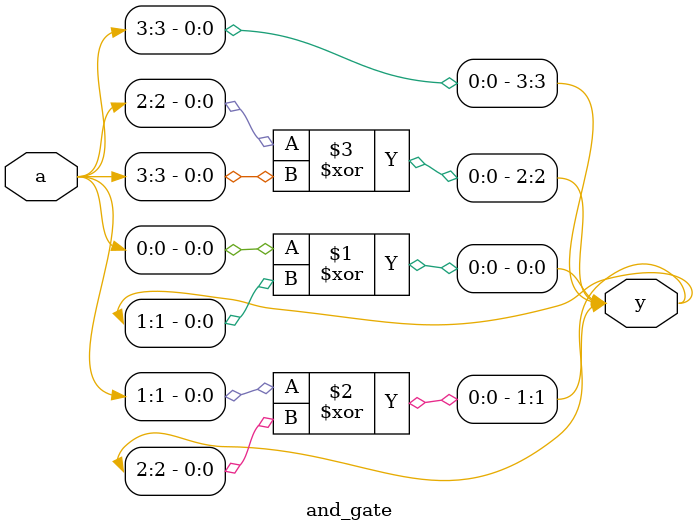
<source format=v>
module and_gate(a,y);
input [3:0]a;
output [3:0]y;

assign y[0]=a[0]^y[1];
assign y[1]=a[1]^y[2];
assign y[2]=a[2]^a[3];
assign y[3]=a[3];
endmodule
</source>
